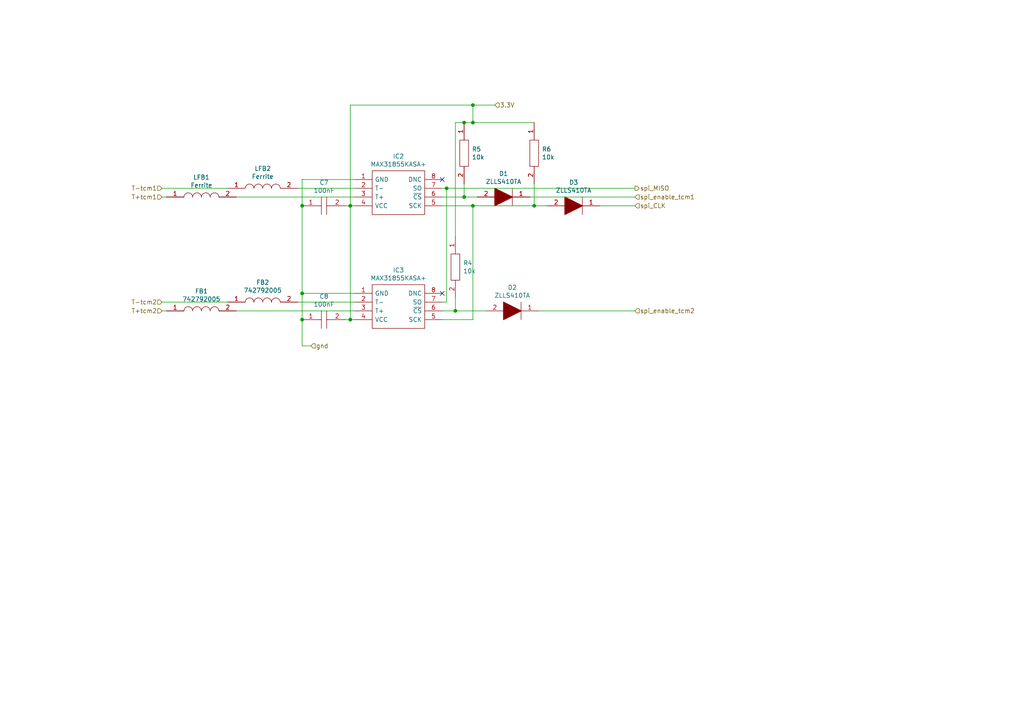
<source format=kicad_sch>
(kicad_sch (version 20230121) (generator eeschema)
  (paper "A4")
  (title_block (title "Thermo Device Logger") (date "2021-05-27") (rev "V0.1") (company "Making Devices") (comment 1 "https://makingdevices.com/") (comment 2 "Thermocouple Type-K Reading"))
  (lib_symbols
    (symbol "Library_Loader:742792005" (pin_names (offset 0.762))
      (property "Reference" "L" (at 16.51 6.35 0))
      (property "Value" "Library_Loader_742792005" (at 16.51 3.81 0))
      (symbol "742792005_0_0"
        (pin passive line (at 0 0 0) (length 5.08) (name "~") (number "1"))
        (pin passive line (at 20.32 0 180) (length 5.08) (name "~") (number "2"))
      )
      (symbol "742792005_0_1"
        (arc (start 7.62 0) (mid 6.35 1.2202) (end 5.08 0) (stroke (width 0.1524)))
        (arc (start 10.16 0) (mid 8.89 1.2202) (end 7.62 0) (stroke (width 0.1524)))
        (arc (start 12.7 0) (mid 11.43 1.2202) (end 10.16 0) (stroke (width 0.1524)))
        (arc (start 15.24 0) (mid 13.97 1.2202) (end 12.7 0) (stroke (width 0.1524)))
      )
    )
    (symbol "Library_Loader:C0805C475M8RACTU" (pin_names (offset 0.762))
      (property "Reference" "C" (at 8.89 6.35 0))
      (property "Value" "Library_Loader_C0805C475M8RACTU" (at 8.89 3.81 0))
      (symbol "C0805C475M8RACTU_0_0"
        (pin passive line (at 0 0 0) (length 5.08) (name "~") (number "1"))
        (pin passive line (at 12.7 0 180) (length 5.08) (name "~") (number "2"))
      )
      (symbol "C0805C475M8RACTU_0_1"
        (polyline (pts (xy 5.08 0) (xy 5.588 0)) (stroke (width 0.1524)))
        (polyline (pts (xy 5.588 2.54) (xy 5.588 -2.54)) (stroke (width 0.1524)))
        (polyline (pts (xy 7.112 0) (xy 7.62 0)) (stroke (width 0.1524)))
        (polyline (pts (xy 7.112 2.54) (xy 7.112 -2.54)) (stroke (width 0.1524)))
      )
    )
    (symbol "Library_Loader:ERJP6WF1303V" (pin_names (offset 0.762))
      (property "Reference" "R" (at 13.97 6.35 0))
      (property "Value" "Library_Loader_ERJP6WF1303V" (at 13.97 3.81 0))
      (symbol "ERJP6WF1303V_0_0"
        (pin passive line (at 0 0 0) (length 5.08) (name "~") (number "1"))
        (pin passive line (at 17.78 0 180) (length 5.08) (name "~") (number "2"))
      )
      (symbol "ERJP6WF1303V_0_1"
        (polyline (pts (xy 5.08 1.27) (xy 12.7 1.27) (xy 12.7 -1.27) (xy 5.08 -1.27) (xy 5.08 1.27)) (stroke (width 0.1524)))
      )
    )
    (symbol "Library_Loader:MAX31855KASA+" (pin_names (offset 0.762))
      (property "Reference" "IC" (at 21.59 7.62 0))
      (property "Value" "Library_Loader_MAX31855KASA+" (at 21.59 5.08 0))
      (symbol "MAX31855KASA+_0_0"
        (pin passive line (at 0 0 0) (length 5.08) (name "GND") (number "1"))
        (pin passive line (at 0 -2.54 0) (length 5.08) (name "T-") (number "2"))
        (pin passive line (at 0 -5.08 0) (length 5.08) (name "T+") (number "3"))
        (pin passive line (at 0 -7.62 0) (length 5.08) (name "VCC") (number "4"))
        (pin passive line (at 25.4 -7.62 180) (length 5.08) (name "SCK") (number "5"))
        (pin passive line (at 25.4 -5.08 180) (length 5.08) (name "~{CS}") (number "6"))
        (pin passive line (at 25.4 -2.54 180) (length 5.08) (name "SO") (number "7"))
        (pin passive line (at 25.4 0 180) (length 5.08) (name "DNC") (number "8"))
      )
      (symbol "MAX31855KASA+_0_1"
        (polyline (pts (xy 5.08 2.54) (xy 20.32 2.54) (xy 20.32 -10.16) (xy 5.08 -10.16) (xy 5.08 2.54)) (stroke (width 0.1524)))
      )
    )
    (symbol "Library_Loader:ZLLS410TA" (pin_names (offset 0.762))
      (property "Reference" "D" (at 11.43 5.08 0))
      (property "Value" "Library_Loader_ZLLS410TA" (at 11.43 2.54 0))
      (symbol "ZLLS410TA_0_0"
        (pin passive line (at 0 0 0) (length 5.08) (name "~") (number "1"))
        (pin passive line (at 15.24 0 180) (length 5.08) (name "~") (number "2"))
      )
      (symbol "ZLLS410TA_0_1"
        (polyline (pts (xy 5.08 2.54) (xy 5.08 -2.54)) (stroke (width 0.1524)))
        (polyline (pts (xy 5.08 0) (xy 10.16 2.54) (xy 10.16 -2.54) (xy 5.08 0)) (stroke (width 0.254)) (fill (type outline)))
      )
    )
  )
  (junction (at 87.63 59.69))
  (junction (at 87.63 85.09))
  (junction (at 137.16 35.56))
  (junction (at 101.6 59.69))
  (junction (at 154.94 59.69))
  (junction (at 137.16 59.69))
  (junction (at 137.16 30.48))
  (junction (at 87.63 92.71))
  (junction (at 101.6 92.71))
  (junction (at 134.62 35.56))
  (junction (at 132.08 90.17))
  (junction (at 134.62 57.15))
  (junction (at 129.54 54.61))
  (no_connect (at 128.27 85.09))
  (no_connect (at 128.27 52.07))
  (wire (pts (xy 87.63 52.07) (xy 102.87 52.07)))
  (wire (pts (xy 132.08 86.36) (xy 132.08 90.17)))
  (wire (pts (xy 154.94 59.69) (xy 137.16 59.69)))
  (wire (pts (xy 137.16 92.71) (xy 137.16 59.69)))
  (wire (pts (xy 128.27 57.15) (xy 134.62 57.15)))
  (wire (pts (xy 138.43 57.15) (xy 134.62 57.15)))
  (wire (pts (xy 137.16 35.56) (xy 154.94 35.56)))
  (wire (pts (xy 101.6 59.69) (xy 101.6 30.48)))
  (wire (pts (xy 102.87 59.69) (xy 101.6 59.69)))
  (wire (pts (xy 101.6 59.69) (xy 100.33 59.69)))
  (wire (pts (xy 101.6 92.71) (xy 100.33 92.71)))
  (wire (pts (xy 86.36 54.61) (xy 102.87 54.61)))
  (wire (pts (xy 158.75 59.69) (xy 154.94 59.69)))
  (wire (pts (xy 101.6 30.48) (xy 137.16 30.48)))
  (wire (pts (xy 128.27 87.63) (xy 129.54 87.63)))
  (wire (pts (xy 48.26 57.15) (xy 46.99 57.15)))
  (wire (pts (xy 184.15 90.17) (xy 156.21 90.17)))
  (wire (pts (xy 68.58 57.15) (xy 102.87 57.15)))
  (wire (pts (xy 66.04 54.61) (xy 46.99 54.61)))
  (wire (pts (xy 137.16 30.48) (xy 143.51 30.48)))
  (wire (pts (xy 154.94 53.34) (xy 154.94 59.69)))
  (wire (pts (xy 128.27 54.61) (xy 129.54 54.61)))
  (wire (pts (xy 68.58 90.17) (xy 102.87 90.17)))
  (wire (pts (xy 129.54 87.63) (xy 129.54 54.61)))
  (wire (pts (xy 102.87 92.71) (xy 101.6 92.71)))
  (wire (pts (xy 132.08 35.56) (xy 134.62 35.56)))
  (wire (pts (xy 87.63 85.09) (xy 102.87 85.09)))
  (wire (pts (xy 87.63 52.07) (xy 87.63 59.69)))
  (wire (pts (xy 132.08 90.17) (xy 140.97 90.17)))
  (wire (pts (xy 128.27 59.69) (xy 137.16 59.69)))
  (wire (pts (xy 66.04 87.63) (xy 46.99 87.63)))
  (wire (pts (xy 132.08 68.58) (xy 132.08 35.56)))
  (wire (pts (xy 86.36 87.63) (xy 102.87 87.63)))
  (wire (pts (xy 87.63 85.09) (xy 87.63 59.69)))
  (wire (pts (xy 128.27 92.71) (xy 137.16 92.71)))
  (wire (pts (xy 87.63 85.09) (xy 87.63 92.71)))
  (wire (pts (xy 184.15 59.69) (xy 173.99 59.69)))
  (wire (pts (xy 153.67 57.15) (xy 184.15 57.15)))
  (wire (pts (xy 87.63 100.33) (xy 90.17 100.33)))
  (wire (pts (xy 129.54 54.61) (xy 184.15 54.61)))
  (wire (pts (xy 134.62 35.56) (xy 137.16 35.56)))
  (wire (pts (xy 101.6 59.69) (xy 101.6 92.71)))
  (wire (pts (xy 137.16 35.56) (xy 137.16 30.48)))
  (wire (pts (xy 48.26 90.17) (xy 46.99 90.17)))
  (wire (pts (xy 128.27 90.17) (xy 132.08 90.17)))
  (wire (pts (xy 134.62 53.34) (xy 134.62 57.15)))
  (wire (pts (xy 87.63 92.71) (xy 87.63 100.33)))
  (hierarchical_label "spi_enable_tcm1" (shape input) (at 184.15 57.15 0))
  (hierarchical_label "T-tcm2" (shape input) (at 46.99 87.63 180))
  (hierarchical_label "T+tcm2" (shape input) (at 46.99 90.17 180))
  (hierarchical_label "spi_MISO" (shape output) (at 184.15 54.61 0))
  (hierarchical_label "T+tcm1" (shape input) (at 46.99 57.15 180))
  (hierarchical_label "gnd" (shape input) (at 90.17 100.33 0))
  (hierarchical_label "3.3V" (shape input) (at 143.51 30.48 0))
  (hierarchical_label "spi_enable_tcm2" (shape input) (at 184.15 90.17 0))
  (hierarchical_label "T-tcm1" (shape input) (at 46.99 54.61 180))
  (hierarchical_label "spi_CLK" (shape input) (at 184.15 59.69 0))
  (symbol (lib_id "Library_Loader:MAX31855KASA+") (at 102.87 52.07 0) (unit 1)
    (property "Reference" "IC2" (at 115.57 45.339 0))
    (property "Value" "MAX31855KASA+" (at 115.57 47.6504 0))
    (property "Footprint" "SOIC127P600X175-8N" (effects hide))
    (property "Datasheet" "http://uk.rs-online.com/web/p/products/1901414P" (effects hide))
    (property "Description" "MAX31855KASA+, 14 bit Temperature Sensor +/-2 C SPI 3  3.6 V 8-Pin SOIC" (effects hide))
    (property "Height" "1.75" (effects hide))
    (property "RS Part Number" "1901414P" (effects hide))
    (property "RS Price/Stock" "http://uk.rs-online.com/web/p/products/1901414P" (effects hide))
    (property "Manufacturer_Name" "Maxim Integrated" (effects hide))
    (property "Manufacturer_Part_Number" "MAX31855KASA+" (effects hide))
  )
  (symbol (lib_id "Library_Loader:MAX31855KASA+") (at 102.87 85.09 0) (unit 1)
    (property "Reference" "IC3" (at 115.57 78.359 0))
    (property "Value" "MAX31855KASA+" (at 115.57 80.6704 0))
    (property "Footprint" "SOIC127P600X175-8N" (effects hide))
    (property "Datasheet" "http://uk.rs-online.com/web/p/products/1901414P" (effects hide))
    (property "Description" "MAX31855KASA+, 14 bit Temperature Sensor +/-2 C SPI 3  3.6 V 8-Pin SOIC" (effects hide))
    (property "Height" "1.75" (effects hide))
    (property "RS Part Number" "1901414P" (effects hide))
    (property "RS Price/Stock" "http://uk.rs-online.com/web/p/products/1901414P" (effects hide))
    (property "Manufacturer_Name" "Maxim Integrated" (effects hide))
    (property "Manufacturer_Part_Number" "MAX31855KASA+" (effects hide))
  )
  (symbol (lib_id "Library_Loader:742792005") (at 66.04 54.61 0) (unit 1)
    (property "Reference" "LFB2" (at 76.2 48.895 0))
    (property "Value" "Ferrite" (at 76.2 51.2064 0))
    (property "Footprint" "CAPC2012X90N" (effects hide))
    (property "Datasheet" "http://uk.rs-online.com/web/p/products/7879929P" (effects hide))
    (property "Description" "SMD EMI Suppression Ferrite Beads WE-CBF" (effects hide))
    (property "Height" "0.9" (effects hide))
    (property "RS Part Number" "7879929P" (effects hide))
    (property "RS Price/Stock" "http://uk.rs-online.com/web/p/products/7879929P" (effects hide))
    (property "Manufacturer_Name" "Wurth Elektronik" (effects hide))
    (property "Manufacturer_Part_Number" "742792005" (effects hide))
  )
  (symbol (lib_id "Library_Loader:742792005") (at 48.26 57.15 0) (unit 1)
    (property "Reference" "LFB1" (at 58.42 51.435 0))
    (property "Value" "Ferrite" (at 58.42 53.7464 0))
    (property "Footprint" "CAPC2012X90N" (effects hide))
    (property "Datasheet" "http://uk.rs-online.com/web/p/products/7879929P" (effects hide))
    (property "Description" "SMD EMI Suppression Ferrite Beads WE-CBF" (effects hide))
    (property "Height" "0.9" (effects hide))
    (property "RS Part Number" "7879929P" (effects hide))
    (property "RS Price/Stock" "http://uk.rs-online.com/web/p/products/7879929P" (effects hide))
    (property "Manufacturer_Name" "Wurth Elektronik" (effects hide))
    (property "Manufacturer_Part_Number" "742792005" (effects hide))
  )
  (symbol (lib_id "Library_Loader:742792005") (at 48.26 90.17 0) (unit 1)
    (property "Reference" "FB1" (at 58.42 84.455 0))
    (property "Value" "742792005" (at 58.42 86.7664 0))
    (property "Footprint" "CAPC2012X90N" (effects hide))
    (property "Datasheet" "http://uk.rs-online.com/web/p/products/7879929P" (effects hide))
    (property "Description" "SMD EMI Suppression Ferrite Beads WE-CBF" (effects hide))
    (property "Height" "0.9" (effects hide))
    (property "RS Part Number" "7879929P" (effects hide))
    (property "RS Price/Stock" "http://uk.rs-online.com/web/p/products/7879929P" (effects hide))
    (property "Manufacturer_Name" "Wurth Elektronik" (effects hide))
    (property "Manufacturer_Part_Number" "742792005" (effects hide))
  )
  (symbol (lib_id "Library_Loader:742792005") (at 66.04 87.63 0) (unit 1)
    (property "Reference" "FB2" (at 76.2 81.915 0))
    (property "Value" "742792005" (at 76.2 84.2264 0))
    (property "Footprint" "CAPC2012X90N" (effects hide))
    (property "Datasheet" "http://uk.rs-online.com/web/p/products/7879929P" (effects hide))
    (property "Description" "SMD EMI Suppression Ferrite Beads WE-CBF" (effects hide))
    (property "Height" "0.9" (effects hide))
    (property "RS Part Number" "7879929P" (effects hide))
    (property "RS Price/Stock" "http://uk.rs-online.com/web/p/products/7879929P" (effects hide))
    (property "Manufacturer_Name" "Wurth Elektronik" (effects hide))
    (property "Manufacturer_Part_Number" "742792005" (effects hide))
  )
  (symbol (lib_id "Library_Loader:ZLLS410TA") (at 173.99 59.69 180) (unit 1)
    (property "Reference" "D3" (at 166.37 52.9082 0))
    (property "Value" "ZLLS410TA" (at 166.37 55.2196 0))
    (property "Footprint" "SOD2513X120N" (effects hide))
    (property "Datasheet" "http://uk.rs-online.com/web/p/products/7515203P" (effects hide))
    (property "Description" "Diodes Inc ZLLS410TA, SMT Schottky Diode, 10V 750mA, 3ns, 2-Pin SOD-323" (effects hide))
    (property "Height" "1.2" (effects hide))
    (property "RS Part Number" "7515203P" (effects hide))
    (property "RS Price/Stock" "http://uk.rs-online.com/web/p/products/7515203P" (effects hide))
    (property "Manufacturer_Name" "Diodes Inc." (effects hide))
    (property "Manufacturer_Part_Number" "ZLLS410TA" (effects hide))
  )
  (symbol (lib_id "Library_Loader:ZLLS410TA") (at 153.67 57.15 180) (unit 1)
    (property "Reference" "D1" (at 146.05 50.3682 0))
    (property "Value" "ZLLS410TA" (at 146.05 52.6796 0))
    (property "Footprint" "SOD2513X120N" (effects hide))
    (property "Datasheet" "http://uk.rs-online.com/web/p/products/7515203P" (effects hide))
    (property "Description" "Diodes Inc ZLLS410TA, SMT Schottky Diode, 10V 750mA, 3ns, 2-Pin SOD-323" (effects hide))
    (property "Height" "1.2" (effects hide))
    (property "RS Part Number" "7515203P" (effects hide))
    (property "RS Price/Stock" "http://uk.rs-online.com/web/p/products/7515203P" (effects hide))
    (property "Manufacturer_Name" "Diodes Inc." (effects hide))
    (property "Manufacturer_Part_Number" "ZLLS410TA" (effects hide))
  )
  (symbol (lib_id "Library_Loader:ZLLS410TA") (at 156.21 90.17 180) (unit 1)
    (property "Reference" "D2" (at 148.59 83.3882 0))
    (property "Value" "ZLLS410TA" (at 148.59 85.6996 0))
    (property "Footprint" "SOD2513X120N" (effects hide))
    (property "Datasheet" "http://uk.rs-online.com/web/p/products/7515203P" (effects hide))
    (property "Description" "Diodes Inc ZLLS410TA, SMT Schottky Diode, 10V 750mA, 3ns, 2-Pin SOD-323" (effects hide))
    (property "Height" "1.2" (effects hide))
    (property "RS Part Number" "7515203P" (effects hide))
    (property "RS Price/Stock" "http://uk.rs-online.com/web/p/products/7515203P" (effects hide))
    (property "Manufacturer_Name" "Diodes Inc." (effects hide))
    (property "Manufacturer_Part_Number" "ZLLS410TA" (effects hide))
  )
  (symbol (lib_id "Library_Loader:ERJP6WF1303V") (at 154.94 35.56 270) (unit 1)
    (property "Reference" "R6" (at 157.1752 43.2816 90) (effects (justify left)))
    (property "Value" "10k" (at 157.1752 45.593 90) (effects (justify left)))
    (property "Footprint" "RESC2012X75N" (effects hide))
    (property "Datasheet" "http://uk.rs-online.com/web/p/products/7708607P" (effects hide))
    (property "Description" "Panasonic ERJP6W Series Thick Film Surface Mount Fixed Resistor 0805 Case 130k +/-1% 0.5W +/-200ppm/C" (effects hide))
    (property "Height" "0.75" (effects hide))
    (property "RS Part Number" "7708607P" (effects hide))
    (property "RS Price/Stock" "http://uk.rs-online.com/web/p/products/7708607P" (effects hide))
    (property "Manufacturer_Name" "Panasonic" (effects hide))
    (property "Manufacturer_Part_Number" "ERJP6WF1303V" (effects hide))
  )
  (symbol (lib_id "Library_Loader:ERJP6WF1303V") (at 134.62 35.56 270) (unit 1)
    (property "Reference" "R5" (at 136.8552 43.2816 90) (effects (justify left)))
    (property "Value" "10k" (at 136.8552 45.593 90) (effects (justify left)))
    (property "Footprint" "RESC2012X75N" (effects hide))
    (property "Datasheet" "http://uk.rs-online.com/web/p/products/7708607P" (effects hide))
    (property "Description" "Panasonic ERJP6W Series Thick Film Surface Mount Fixed Resistor 0805 Case 130k +/-1% 0.5W +/-200ppm/C" (effects hide))
    (property "Height" "0.75" (effects hide))
    (property "RS Part Number" "7708607P" (effects hide))
    (property "RS Price/Stock" "http://uk.rs-online.com/web/p/products/7708607P" (effects hide))
    (property "Manufacturer_Name" "Panasonic" (effects hide))
    (property "Manufacturer_Part_Number" "ERJP6WF1303V" (effects hide))
  )
  (symbol (lib_id "Library_Loader:ERJP6WF1303V") (at 132.08 68.58 270) (unit 1)
    (property "Reference" "R4" (at 134.3152 76.3016 90) (effects (justify left)))
    (property "Value" "10k" (at 134.3152 78.613 90) (effects (justify left)))
    (property "Footprint" "RESC2012X75N" (effects hide))
    (property "Datasheet" "http://uk.rs-online.com/web/p/products/7708607P" (effects hide))
    (property "Description" "Panasonic ERJP6W Series Thick Film Surface Mount Fixed Resistor 0805 Case 130k +/-1% 0.5W +/-200ppm/C" (effects hide))
    (property "Height" "0.75" (effects hide))
    (property "RS Part Number" "7708607P" (effects hide))
    (property "RS Price/Stock" "http://uk.rs-online.com/web/p/products/7708607P" (effects hide))
    (property "Manufacturer_Name" "Panasonic" (effects hide))
    (property "Manufacturer_Part_Number" "ERJP6WF1303V" (effects hide))
  )
  (symbol (lib_id "Library_Loader:C0805C475M8RACTU") (at 87.63 59.69 0) (unit 1)
    (property "Reference" "C7" (at 93.98 52.959 0))
    (property "Value" "100nF" (at 93.98 55.2704 0))
    (property "Footprint" "CAPC2012X140N" (effects hide))
    (property "Datasheet" "https://datasheet.datasheetarchive.com/originals/distributors/Datasheets-DGA8/2444426.pdf" (effects hide))
    (property "Description" "Cap Ceramic 4.7uF 10V X7R 20% Pad SMD 0805 125C T/R" (effects hide))
    (property "Height" "1.4" (effects hide))
    (property "Manufacturer_Name" "Kemet" (effects hide))
    (property "Manufacturer_Part_Number" "C0805C475M8RACTU" (effects hide))
  )
  (symbol (lib_id "Library_Loader:C0805C475M8RACTU") (at 87.63 92.71 0) (unit 1)
    (property "Reference" "C8" (at 93.98 85.979 0))
    (property "Value" "100nF" (at 93.98 88.2904 0))
    (property "Footprint" "CAPC2012X140N" (effects hide))
    (property "Datasheet" "https://datasheet.datasheetarchive.com/originals/distributors/Datasheets-DGA8/2444426.pdf" (effects hide))
    (property "Description" "Cap Ceramic 4.7uF 10V X7R 20% Pad SMD 0805 125C T/R" (effects hide))
    (property "Height" "1.4" (effects hide))
    (property "Manufacturer_Name" "Kemet" (effects hide))
    (property "Manufacturer_Part_Number" "C0805C475M8RACTU" (effects hide))
  )
)
</source>
